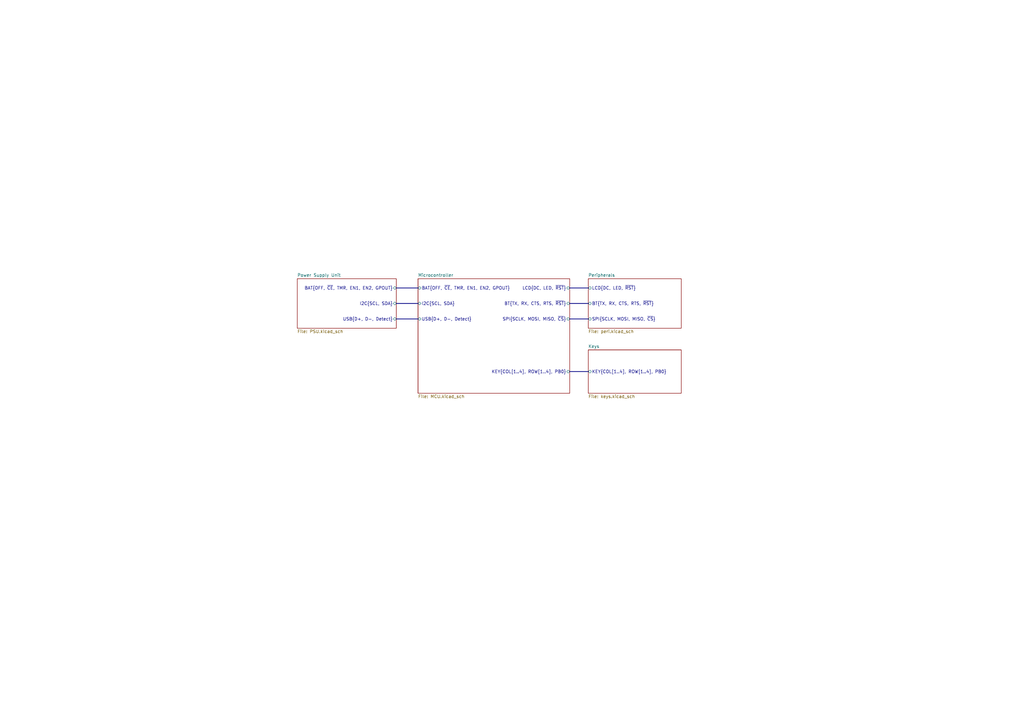
<source format=kicad_sch>
(kicad_sch (version 20230121) (generator eeschema)
  (paper "A3")
  (lib_symbols)
  (bus (pts (xy 233.68 118.11) (xy 241.3 118.11)))
  (bus (pts (xy 162.56 118.11) (xy 171.45 118.11)))
  (bus (pts (xy 233.68 130.81) (xy 241.3 130.81)))
  (bus (pts (xy 233.68 124.46) (xy 241.3 124.46)))
  (bus (pts (xy 162.56 124.46) (xy 171.45 124.46)))
  (bus (pts (xy 162.56 130.81) (xy 171.45 130.81)))
  (bus (pts (xy 233.68 152.4) (xy 241.3 152.4)))
  (sheet (at 241.3 143.51) (size 38.1 17.78) (stroke (width 0.1524))
    (property "Sheetname" "Keys" (at 241.3 142.7984 0) (effects (justify left bottom)))
    (property "Sheetfile" "keys.kicad_sch" (at 241.3 161.8746 0) (effects (justify left top)))
    (pin "KEY{COL[1..4], ROW[1..4], PB0}" bidirectional (at 241.3 152.4 180))
  )
  (sheet (at 121.92 114.3) (size 40.64 20.32) (stroke (width 0.1524))
    (property "Sheetname" "Power Supply Unit" (at 121.92 113.5884 0) (effects (justify left bottom)))
    (property "Sheetfile" "PSU.kicad_sch" (at 121.92 135.2046 0) (effects (justify left top)))
    (pin "BAT{OFF, ~{CE}, TMR, EN1, EN2, GPOUT}" bidirectional (at 162.56 118.11 0))
    (pin "I2C{SCL, SDA}" bidirectional (at 162.56 124.46 0))
    (pin "USB{D+, D-, Detect}" bidirectional (at 162.56 130.81 0))
  )
  (sheet (at 241.3 114.3) (size 38.1 20.32) (stroke (width 0.1524))
    (property "Sheetname" "Peripherals" (at 241.3 113.5884 0) (effects (justify left bottom)))
    (property "Sheetfile" "peri.kicad_sch" (at 241.3 135.2046 0) (effects (justify left top)))
    (pin "LCD{DC, LED, ~{RST}}" bidirectional (at 241.3 118.11 180))
    (pin "BT{TX, RX, CTS, RTS, ~{RST}}" bidirectional (at 241.3 124.46 180))
    (pin "SPI{SCLK, MOSI, MISO, ~{CS}}" bidirectional (at 241.3 130.81 180))
  )
  (sheet (at 171.45 114.3) (size 62.23 46.99) (stroke (width 0.1524))
    (property "Sheetname" "Microcontroller" (at 171.45 113.5884 0) (effects (justify left bottom)))
    (property "Sheetfile" "MCU.kicad_sch" (at 171.45 161.8746 0) (effects (justify left top)))
    (pin "LCD{DC, LED, ~{RST}}" bidirectional (at 233.68 118.11 0))
    (pin "SPI{SCLK, MOSI, MISO, ~{CS}}" bidirectional (at 233.68 130.81 0))
    (pin "BT{TX, RX, CTS, RTS, ~{RST}}" bidirectional (at 233.68 124.46 0))
    (pin "I2C{SCL, SDA}" bidirectional (at 171.45 124.46 180))
    (pin "USB{D+, D-, Detect}" bidirectional (at 171.45 130.81 180))
    (pin "BAT{OFF, ~{CE}, TMR, EN1, EN2, GPOUT}" bidirectional (at 171.45 118.11 180))
    (pin "KEY{COL[1..4], ROW[1..4], PB0}" bidirectional (at 233.68 152.4 0))
  )
)
</source>
